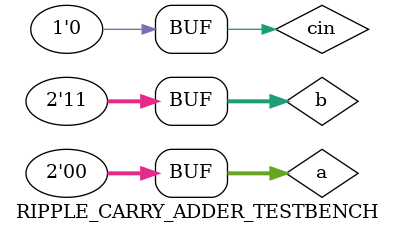
<source format=v>
module RIPPLE_CARRY_ADDER_TESTBENCH ;
reg [1:0]a;
reg [1:0]b;
reg cin;
wire [1:0]sum;
wire c_out;

RIPPLE_CARRY_ADDER uut (.a(a), .b(b), .cin(cin), .sum(sum), .c_out(c_out));
initial begin

a = 2'b01; b = 2'b11; cin = 1'b1; #100;
a = 2'b11; b = 2'b11; cin = 1'b1; #100;
a = 2'b10; b = 2'b01; cin = 1'b0; #100;
a = 2'b00; b = 2'b11; cin = 1'b0; #100;
end
endmodule

</source>
